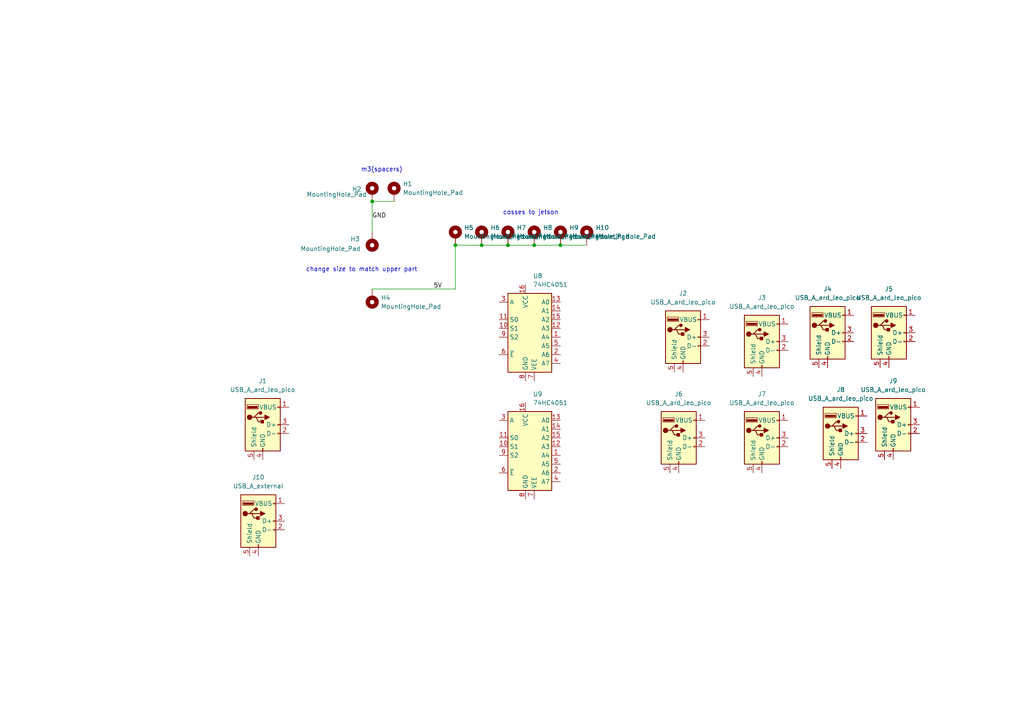
<source format=kicad_sch>
(kicad_sch (version 20231120) (generator "eeschema") (generator_version "8.0")
  (paper "A4")
  (lib_symbols
    (symbol "74xx:74HC4051"
      (property "Reference" "U" (at -5.08 11.43 0))
      (property "Value" "74HC4051" (at -7.62 -13.97 0))
      (symbol "74HC4051_0_1"
        (rectangle (start -5.08 10.16) (end 7.62 -12.7) (stroke (width 0.254)) (fill (type background)))
      )
      (symbol "74HC4051_1_1"
        (pin passive line (at 10.16 -2.54 180) (length 2.54) (name "A4") (number "1"))
        (pin input line (at -7.62 0 0) (length 2.54) (name "S1") (number "10"))
        (pin input line (at -7.62 2.54 0) (length 2.54) (name "S0") (number "11"))
        (pin passive line (at 10.16 0 180) (length 2.54) (name "A3") (number "12"))
        (pin passive line (at 10.16 7.62 180) (length 2.54) (name "A0") (number "13"))
        (pin passive line (at 10.16 5.08 180) (length 2.54) (name "A1") (number "14"))
        (pin passive line (at 10.16 2.54 180) (length 2.54) (name "A2") (number "15"))
        (pin power_in line (at 0 12.7 270) (length 2.54) (name "VCC") (number "16"))
        (pin passive line (at 10.16 -7.62 180) (length 2.54) (name "A6") (number "2"))
        (pin passive line (at -7.62 7.62 0) (length 2.54) (name "A") (number "3"))
        (pin passive line (at 10.16 -10.16 180) (length 2.54) (name "A7") (number "4"))
        (pin passive line (at 10.16 -5.08 180) (length 2.54) (name "A5") (number "5"))
        (pin input line (at -7.62 -7.62 0) (length 2.54) (name "~{E}") (number "6"))
        (pin power_in line (at 2.54 -15.24 90) (length 2.54) (name "VEE") (number "7"))
        (pin power_in line (at 0 -15.24 90) (length 2.54) (name "GND") (number "8"))
        (pin input line (at -7.62 -2.54 0) (length 2.54) (name "S2") (number "9"))
      )
    )
    (symbol "Connector:USB_A" (pin_names (offset 1.016))
      (property "Reference" "J" (at -5.08 11.43 0))
      (property "Value" "USB_A" (at -5.08 8.89 0))
      (symbol "USB_A_0_1"
        (rectangle (start -5.08 -7.62) (end 5.08 7.62) (stroke (width 0.254)) (fill (type background)))
        (circle (center -3.81 2.159) (radius 0.635) (stroke (width 0.254)) (fill (type outline)))
        (rectangle (start -1.524 4.826) (end -4.318 5.334) (fill (type outline)))
        (rectangle (start -1.27 4.572) (end -4.572 5.842))
        (circle (center -0.635 3.429) (radius 0.381) (stroke (width 0.254)) (fill (type outline)))
        (rectangle (start -0.127 -7.62) (end 0.127 -6.858))
        (polyline (pts (xy -3.175 2.159) (xy -2.54 2.159) (xy -1.27 3.429) (xy -0.635 3.429)) (stroke (width 0.254)))
        (polyline (pts (xy -2.54 2.159) (xy -1.905 2.159) (xy -1.27 0.889) (xy 0 0.889)) (stroke (width 0.254)))
        (polyline (pts (xy 0.635 2.794) (xy 0.635 1.524) (xy 1.905 2.159) (xy 0.635 2.794)) (stroke (width 0.254)) (fill (type outline)))
        (rectangle (start 0.254 1.27) (end -0.508 0.508) (stroke (width 0.254)) (fill (type outline)))
        (rectangle (start 5.08 -2.667) (end 4.318 -2.413))
        (rectangle (start 5.08 -0.127) (end 4.318 0.127))
        (rectangle (start 5.08 4.953) (end 4.318 5.207))
      )
      (symbol "USB_A_1_1"
        (polyline (pts (xy -1.905 2.159) (xy 0.635 2.159)) (stroke (width 0.254)))
        (pin power_in line (at 7.62 5.08 180) (length 2.54) (name "VBUS") (number "1"))
        (pin bidirectional line (at 7.62 -2.54 180) (length 2.54) (name "D-") (number "2"))
        (pin bidirectional line (at 7.62 0 180) (length 2.54) (name "D+") (number "3"))
        (pin power_in line (at 0 -10.16 90) (length 2.54) (name "GND") (number "4"))
        (pin passive line (at -2.54 -10.16 90) (length 2.54) (name "Shield") (number "5"))
      )
    )
    (symbol "Mechanical:MountingHole_Pad" (pin_numbers hide) (pin_names (offset 1.016) hide) (exclude_from_sim yes) (in_bom no)
      (property "Reference" "H" (at 0 6.35 0))
      (property "Value" "MountingHole_Pad" (at 0 4.445 0))
      (symbol "MountingHole_Pad_0_1"
        (circle (center 0 1.27) (radius 1.27) (stroke (width 1.27)))
      )
      (symbol "MountingHole_Pad_1_1"
        (pin input line (at 0 -2.54 90) (length 2.54) (name "1") (number "1"))
      )
    )
  )
  (junction (at 107.95 58.42))
  (junction (at 154.94 71.12))
  (junction (at 139.7 71.12))
  (junction (at 147.32 71.12))
  (junction (at 132.08 71.12))
  (junction (at 162.56 71.12))
  (wire (pts (xy 132.08 71.12) (xy 139.7 71.12)))
  (wire (pts (xy 154.94 71.12) (xy 162.56 71.12)))
  (wire (pts (xy 147.32 71.12) (xy 154.94 71.12)))
  (wire (pts (xy 107.95 58.42) (xy 114.3 58.42)))
  (wire (pts (xy 107.95 58.42) (xy 107.95 67.31)))
  (wire (pts (xy 162.56 71.12) (xy 170.18 71.12)))
  (wire (pts (xy 139.7 71.12) (xy 147.32 71.12)))
  (wire (pts (xy 107.95 83.82) (xy 132.08 83.82)))
  (wire (pts (xy 132.08 83.82) (xy 132.08 71.12)))
  (text "change size to match upper part" (at 104.902 78.232 0) (effects (font (size 1.27 1.27))))
  (text "m3(spacers)" (at 110.744 49.276 0) (effects (font (size 1.27 1.27))))
  (text "cosses to jetson\n" (at 153.924 61.722 0) (effects (font (size 1.27 1.27))))
  (label "GND" (at 107.95 63.5 0))
  (label "5V" (at 125.73 83.82 0))
  (symbol (lib_id "74xx:74HC4051") (at 152.4 95.25 0) (unit 1)
    (property "Reference" "U8" (at 154.5941 80.01 0) (effects (justify left)))
    (property "Value" "74HC4051" (at 154.5941 82.55 0) (effects (justify left)))
    (property "Datasheet" "http://www.ti.com/lit/ds/symlink/cd74hc4051.pdf" (effects (hide yes)))
    (property "Description" "8-channel analog multiplexer/demultiplexer, DIP-16/SOIC-16/TSSOP-16" (effects (hide yes)))
  )
  (symbol (lib_id "Mechanical:MountingHole_Pad") (at 107.95 69.85 180) (unit 1) (exclude_from_sim yes) (in_bom no)
    (property "Reference" "H3" (at 101.6 69.342 0) (effects (justify right)))
    (property "Value" "MountingHole_Pad" (at 87.122 72.136 0) (effects (justify right)))
    (property "Footprint" "MountingHole:MountingHole_4.3mm_M4_Pad_Via" (effects (hide yes)))
    (property "Description" "Mounting Hole with connection" (effects (hide yes)))
  )
  (symbol (lib_id "Connector:USB_A") (at 257.81 96.52 0) (unit 1)
    (property "Reference" "J5" (at 257.81 83.82 0))
    (property "Value" "USB_A_ard_leo_pico" (at 257.81 86.36 0))
    (property "Description" "USB Type A connector" (effects (hide yes)))
  )
  (symbol (lib_id "Mechanical:MountingHole_Pad") (at 162.56 68.58 0) (unit 1) (exclude_from_sim yes) (in_bom no)
    (property "Reference" "H9" (at 165.1 66.0399 0) (effects (justify left)))
    (property "Value" "MountingHole_Pad" (at 165.1 68.5799 0) (effects (justify left)))
    (property "Footprint" "MountingHole:MountingHole_4.3mm_M4_Pad_Via" (effects (hide yes)))
    (property "Description" "Mounting Hole with connection" (effects (hide yes)))
  )
  (symbol (lib_id "Connector:USB_A") (at 240.03 96.52 0) (unit 1)
    (property "Reference" "J4" (at 240.03 83.82 0))
    (property "Value" "USB_A_ard_leo_pico" (at 240.03 86.36 0))
    (property "Description" "USB Type A connector" (effects (hide yes)))
  )
  (symbol (lib_id "Connector:USB_A") (at 259.08 123.19 0) (unit 1)
    (property "Reference" "J9" (at 259.08 110.49 0))
    (property "Value" "USB_A_ard_leo_pico" (at 259.08 113.03 0))
    (property "Description" "USB Type A connector" (effects (hide yes)))
  )
  (symbol (lib_id "Mechanical:MountingHole_Pad") (at 170.18 68.58 0) (unit 1) (exclude_from_sim yes) (in_bom no)
    (property "Reference" "H10" (at 172.72 66.0399 0) (effects (justify left)))
    (property "Value" "MountingHole_Pad" (at 172.72 68.5799 0) (effects (justify left)))
    (property "Footprint" "MountingHole:MountingHole_4.3mm_M4_Pad_Via" (effects (hide yes)))
    (property "Description" "Mounting Hole with connection" (effects (hide yes)))
  )
  (symbol (lib_id "Connector:USB_A") (at 76.2 123.19 0) (unit 1)
    (property "Reference" "J1" (at 76.2 110.49 0))
    (property "Value" "USB_A_ard_leo_pico" (at 76.2 113.03 0))
    (property "Description" "USB Type A connector" (effects (hide yes)))
  )
  (symbol (lib_id "Mechanical:MountingHole_Pad") (at 132.08 68.58 0) (unit 1) (exclude_from_sim yes) (in_bom no)
    (property "Reference" "H5" (at 134.62 66.0399 0) (effects (justify left)))
    (property "Value" "MountingHole_Pad" (at 134.62 68.5799 0) (effects (justify left)))
    (property "Footprint" "MountingHole:MountingHole_4.3mm_M4_Pad_Via" (effects (hide yes)))
    (property "Description" "Mounting Hole with connection" (effects (hide yes)))
  )
  (symbol (lib_id "Connector:USB_A") (at 243.84 125.73 0) (unit 1)
    (property "Reference" "J8" (at 243.84 113.03 0))
    (property "Value" "USB_A_ard_leo_pico" (at 243.84 115.57 0))
    (property "Description" "USB Type A connector" (effects (hide yes)))
  )
  (symbol (lib_id "Connector:USB_A") (at 198.12 97.79 0) (unit 1)
    (property "Reference" "J2" (at 198.12 85.09 0))
    (property "Value" "USB_A_ard_leo_pico" (at 198.12 87.63 0))
    (property "Description" "USB Type A connector" (effects (hide yes)))
  )
  (symbol (lib_id "Mechanical:MountingHole_Pad") (at 107.95 86.36 180) (unit 1) (exclude_from_sim yes) (in_bom no)
    (property "Reference" "H4" (at 110.49 86.3599 0) (effects (justify right)))
    (property "Value" "MountingHole_Pad" (at 110.49 88.8999 0) (effects (justify right)))
    (property "Footprint" "MountingHole:MountingHole_4.3mm_M4_Pad_Via" (effects (hide yes)))
    (property "Description" "Mounting Hole with connection" (effects (hide yes)))
  )
  (symbol (lib_id "Mechanical:MountingHole_Pad") (at 147.32 68.58 0) (unit 1) (exclude_from_sim yes) (in_bom no)
    (property "Reference" "H7" (at 149.86 66.0399 0) (effects (justify left)))
    (property "Value" "MountingHole_Pad" (at 149.86 68.5799 0) (effects (justify left)))
    (property "Footprint" "MountingHole:MountingHole_4.3mm_M4_Pad_Via" (effects (hide yes)))
    (property "Description" "Mounting Hole with connection" (effects (hide yes)))
  )
  (symbol (lib_id "Connector:USB_A") (at 196.85 127 0) (unit 1)
    (property "Reference" "J6" (at 196.85 114.3 0))
    (property "Value" "USB_A_ard_leo_pico" (at 196.85 116.84 0))
    (property "Description" "USB Type A connector" (effects (hide yes)))
  )
  (symbol (lib_id "Connector:USB_A") (at 74.93 151.13 0) (unit 1)
    (property "Reference" "J10" (at 74.93 138.43 0))
    (property "Value" "USB_A_external" (at 74.93 140.97 0))
    (property "Description" "USB Type A connector" (effects (hide yes)))
  )
  (symbol (lib_id "74xx:74HC4051") (at 152.4 129.54 0) (unit 1)
    (property "Reference" "U9" (at 154.5941 114.3 0) (effects (justify left)))
    (property "Value" "74HC4051" (at 154.5941 116.84 0) (effects (justify left)))
    (property "Datasheet" "http://www.ti.com/lit/ds/symlink/cd74hc4051.pdf" (effects (hide yes)))
    (property "Description" "8-channel analog multiplexer/demultiplexer, DIP-16/SOIC-16/TSSOP-16" (effects (hide yes)))
  )
  (symbol (lib_id "Connector:USB_A") (at 220.98 127 0) (unit 1)
    (property "Reference" "J7" (at 220.98 114.3 0))
    (property "Value" "USB_A_ard_leo_pico" (at 220.98 116.84 0))
    (property "Description" "USB Type A connector" (effects (hide yes)))
  )
  (symbol (lib_id "Mechanical:MountingHole_Pad") (at 107.95 55.88 0) (unit 1) (exclude_from_sim yes) (in_bom no)
    (property "Reference" "H2" (at 102.108 54.864 0) (effects (justify left)))
    (property "Value" "MountingHole_Pad" (at 88.9 56.388 0) (effects (justify left)))
    (property "Footprint" "MountingHole:MountingHole_3.2mm_M3_Pad_Via" (effects (hide yes)))
    (property "Description" "Mounting Hole with connection" (effects (hide yes)))
  )
  (symbol (lib_id "Connector:USB_A") (at 220.98 99.06 0) (unit 1)
    (property "Reference" "J3" (at 220.98 86.36 0))
    (property "Value" "USB_A_ard_leo_pico" (at 220.98 88.9 0))
    (property "Description" "USB Type A connector" (effects (hide yes)))
  )
  (symbol (lib_id "Mechanical:MountingHole_Pad") (at 139.7 68.58 0) (unit 1) (exclude_from_sim yes) (in_bom no)
    (property "Reference" "H6" (at 142.24 66.0399 0) (effects (justify left)))
    (property "Value" "MountingHole_Pad" (at 142.24 68.5799 0) (effects (justify left)))
    (property "Footprint" "MountingHole:MountingHole_4.3mm_M4_Pad_Via" (effects (hide yes)))
    (property "Description" "Mounting Hole with connection" (effects (hide yes)))
  )
  (symbol (lib_id "Mechanical:MountingHole_Pad") (at 154.94 68.58 0) (unit 1) (exclude_from_sim yes) (in_bom no)
    (property "Reference" "H8" (at 157.48 66.0399 0) (effects (justify left)))
    (property "Value" "MountingHole_Pad" (at 157.48 68.5799 0) (effects (justify left)))
    (property "Footprint" "MountingHole:MountingHole_4.3mm_M4_Pad_Via" (effects (hide yes)))
    (property "Description" "Mounting Hole with connection" (effects (hide yes)))
  )
  (symbol (lib_id "Mechanical:MountingHole_Pad") (at 114.3 55.88 0) (unit 1) (exclude_from_sim yes) (in_bom no)
    (property "Reference" "H1" (at 116.84 53.3399 0) (effects (justify left)))
    (property "Value" "MountingHole_Pad" (at 116.84 55.8799 0) (effects (justify left)))
    (property "Footprint" "MountingHole:MountingHole_3.2mm_M3_Pad_Via" (effects (hide yes)))
    (property "Description" "Mounting Hole with connection" (effects (hide yes)))
  )
)
</source>
